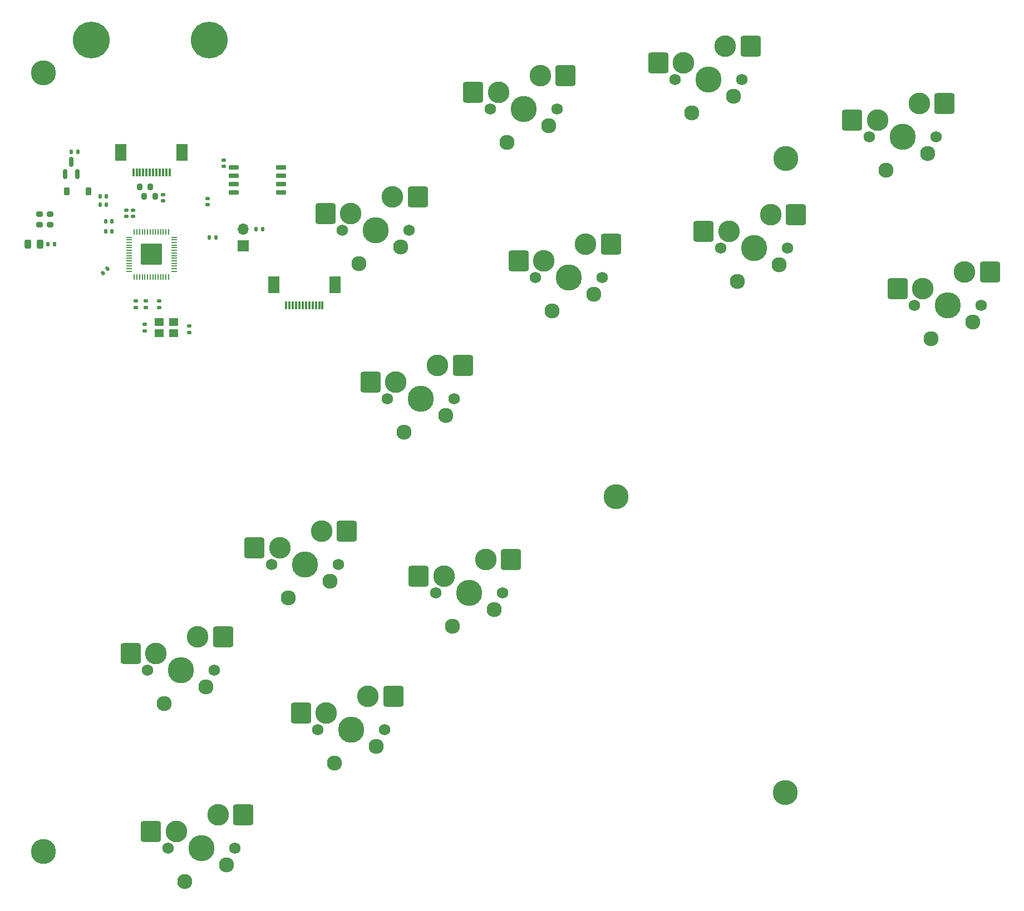
<source format=gbs>
G04 #@! TF.GenerationSoftware,KiCad,Pcbnew,(7.0.0)*
G04 #@! TF.CreationDate,2025-06-06T01:27:20-07:00*
G04 #@! TF.ProjectId,HybridBoxNew,48796272-6964-4426-9f78-4e65772e6b69,rev?*
G04 #@! TF.SameCoordinates,Original*
G04 #@! TF.FileFunction,Soldermask,Bot*
G04 #@! TF.FilePolarity,Negative*
%FSLAX46Y46*%
G04 Gerber Fmt 4.6, Leading zero omitted, Abs format (unit mm)*
G04 Created by KiCad (PCBNEW (7.0.0)) date 2025-06-06 01:27:20*
%MOMM*%
%LPD*%
G01*
G04 APERTURE LIST*
G04 Aperture macros list*
%AMRoundRect*
0 Rectangle with rounded corners*
0 $1 Rounding radius*
0 $2 $3 $4 $5 $6 $7 $8 $9 X,Y pos of 4 corners*
0 Add a 4 corners polygon primitive as box body*
4,1,4,$2,$3,$4,$5,$6,$7,$8,$9,$2,$3,0*
0 Add four circle primitives for the rounded corners*
1,1,$1+$1,$2,$3*
1,1,$1+$1,$4,$5*
1,1,$1+$1,$6,$7*
1,1,$1+$1,$8,$9*
0 Add four rect primitives between the rounded corners*
20,1,$1+$1,$2,$3,$4,$5,0*
20,1,$1+$1,$4,$5,$6,$7,0*
20,1,$1+$1,$6,$7,$8,$9,0*
20,1,$1+$1,$8,$9,$2,$3,0*%
G04 Aperture macros list end*
%ADD10C,1.750000*%
%ADD11C,3.987800*%
%ADD12C,2.300000*%
%ADD13C,3.800000*%
%ADD14C,5.600000*%
%ADD15R,1.700000X1.700000*%
%ADD16O,1.700000X1.700000*%
%ADD17C,3.300000*%
%ADD18RoundRect,0.300000X1.200000X1.275000X-1.200000X1.275000X-1.200000X-1.275000X1.200000X-1.275000X0*%
%ADD19RoundRect,0.140000X0.170000X-0.140000X0.170000X0.140000X-0.170000X0.140000X-0.170000X-0.140000X0*%
%ADD20RoundRect,0.140000X0.140000X0.170000X-0.140000X0.170000X-0.140000X-0.170000X0.140000X-0.170000X0*%
%ADD21RoundRect,0.140000X-0.170000X0.140000X-0.170000X-0.140000X0.170000X-0.140000X0.170000X0.140000X0*%
%ADD22RoundRect,0.200000X0.275000X-0.200000X0.275000X0.200000X-0.275000X0.200000X-0.275000X-0.200000X0*%
%ADD23RoundRect,0.140000X-0.140000X-0.170000X0.140000X-0.170000X0.140000X0.170000X-0.140000X0.170000X0*%
%ADD24R,0.300000X1.300000*%
%ADD25R,1.729997X2.600000*%
%ADD26RoundRect,0.243750X-0.243750X-0.456250X0.243750X-0.456250X0.243750X0.456250X-0.243750X0.456250X0*%
%ADD27RoundRect,0.050000X0.387500X0.050000X-0.387500X0.050000X-0.387500X-0.050000X0.387500X-0.050000X0*%
%ADD28RoundRect,0.050000X0.050000X0.387500X-0.050000X0.387500X-0.050000X-0.387500X0.050000X-0.387500X0*%
%ADD29RoundRect,0.144000X1.456000X1.456000X-1.456000X1.456000X-1.456000X-1.456000X1.456000X-1.456000X0*%
%ADD30RoundRect,0.200000X0.200000X0.275000X-0.200000X0.275000X-0.200000X-0.275000X0.200000X-0.275000X0*%
%ADD31R,1.400000X1.200000*%
%ADD32RoundRect,0.225000X0.225000X0.375000X-0.225000X0.375000X-0.225000X-0.375000X0.225000X-0.375000X0*%
%ADD33RoundRect,0.150000X0.150000X-0.587500X0.150000X0.587500X-0.150000X0.587500X-0.150000X-0.587500X0*%
%ADD34RoundRect,0.135000X0.135000X0.185000X-0.135000X0.185000X-0.135000X-0.185000X0.135000X-0.185000X0*%
%ADD35RoundRect,0.200000X-0.275000X0.200000X-0.275000X-0.200000X0.275000X-0.200000X0.275000X0.200000X0*%
%ADD36RoundRect,0.135000X-0.135000X-0.185000X0.135000X-0.185000X0.135000X0.185000X-0.135000X0.185000X0*%
%ADD37RoundRect,0.150000X0.650000X0.150000X-0.650000X0.150000X-0.650000X-0.150000X0.650000X-0.150000X0*%
%ADD38RoundRect,0.135000X0.185000X-0.135000X0.185000X0.135000X-0.185000X0.135000X-0.185000X-0.135000X0*%
%ADD39RoundRect,0.140000X-0.021213X0.219203X-0.219203X0.021213X0.021213X-0.219203X0.219203X-0.021213X0*%
G04 APERTURE END LIST*
D10*
X253422967Y-92263373D03*
D11*
X248342967Y-92263373D03*
D10*
X243262967Y-92263373D03*
D12*
X252152967Y-94803373D03*
X245802967Y-97343373D03*
D13*
X303755000Y-152170000D03*
X278035000Y-107130000D03*
D10*
X235748565Y-117478960D03*
D11*
X230668565Y-117478960D03*
D10*
X225588565Y-117478960D03*
D12*
X234478565Y-120018960D03*
X228128565Y-122558960D03*
D13*
X190860000Y-161150000D03*
D10*
X242819837Y-142601357D03*
D11*
X237739837Y-142601357D03*
D10*
X232659837Y-142601357D03*
D12*
X241549837Y-145141357D03*
X235199837Y-147681357D03*
D14*
X216140000Y-37670000D03*
D10*
X269036859Y-48144517D03*
D11*
X263956859Y-48144517D03*
D10*
X258876859Y-48144517D03*
D12*
X267766859Y-50684517D03*
X261416859Y-53224517D03*
D10*
X304091667Y-69348545D03*
D11*
X299011667Y-69348545D03*
D10*
X293931667Y-69348545D03*
D12*
X302821667Y-71888545D03*
X296471667Y-74428545D03*
D10*
X216916182Y-133583438D03*
D11*
X211836182Y-133583438D03*
D10*
X206756182Y-133583438D03*
D12*
X215646182Y-136123438D03*
X209296182Y-138663438D03*
D10*
X275932853Y-73813729D03*
D11*
X270852853Y-73813729D03*
D10*
X265772853Y-73813729D03*
D12*
X274662853Y-76353729D03*
X268312853Y-78893729D03*
D10*
X297195673Y-43679333D03*
D11*
X292115673Y-43679333D03*
D10*
X287035673Y-43679333D03*
D12*
X295925673Y-46219333D03*
X289575673Y-48759333D03*
D10*
X260715123Y-121847547D03*
D11*
X255635123Y-121847547D03*
D10*
X250555123Y-121847547D03*
D12*
X259445123Y-124387547D03*
X253095123Y-126927547D03*
D10*
X219987454Y-160705835D03*
D11*
X214907454Y-160705835D03*
D10*
X209827454Y-160705835D03*
D12*
X218717454Y-163245835D03*
X212367454Y-165785835D03*
D15*
X221299999Y-69004999D03*
D16*
X221299999Y-66464999D03*
D13*
X303820000Y-55683383D03*
X190860000Y-42610000D03*
D10*
X246527232Y-66595127D03*
D11*
X241447232Y-66595127D03*
D10*
X236367232Y-66595127D03*
D12*
X245257232Y-69135127D03*
X238907232Y-71675127D03*
D10*
X333571562Y-78051119D03*
D11*
X328491562Y-78051119D03*
D10*
X323411562Y-78051119D03*
D12*
X332301562Y-80591119D03*
X325951562Y-83131119D03*
D10*
X326675568Y-52381907D03*
D11*
X321595568Y-52381907D03*
D10*
X316515568Y-52381907D03*
D12*
X325405568Y-54921907D03*
X319055568Y-57461907D03*
D14*
X198140000Y-37670000D03*
D10*
X216916182Y-133583438D03*
D11*
X211836182Y-133583438D03*
D10*
X206756182Y-133583438D03*
D17*
X208026182Y-131043438D03*
D18*
X204176182Y-131043438D03*
X218226182Y-128503438D03*
D17*
X214376182Y-128503438D03*
D19*
X203555250Y-64506018D03*
X203555250Y-63546018D03*
D10*
X246527232Y-66595127D03*
D11*
X241447232Y-66595127D03*
D10*
X236367232Y-66595127D03*
D17*
X237637232Y-64055127D03*
D18*
X233787232Y-64055127D03*
X247837232Y-61515127D03*
D17*
X243987232Y-61515127D03*
D19*
X209140000Y-62150000D03*
X209140000Y-61190000D03*
D10*
X260715123Y-121847547D03*
D11*
X255635123Y-121847547D03*
D10*
X250555123Y-121847547D03*
D17*
X251825123Y-119307547D03*
D18*
X247975123Y-119307547D03*
X262025123Y-116767547D03*
D17*
X258175123Y-116767547D03*
D20*
X201340000Y-65280250D03*
X200380000Y-65280250D03*
D21*
X204924000Y-77373250D03*
X204924000Y-78333250D03*
D22*
X190347000Y-65795000D03*
X190347000Y-64145000D03*
D23*
X216160000Y-67670000D03*
X217120000Y-67670000D03*
D24*
X233355113Y-78008514D03*
X232854986Y-78008514D03*
X232355113Y-78008514D03*
X231854986Y-78008514D03*
X231355113Y-78008514D03*
X230854986Y-78008514D03*
X230355113Y-78008514D03*
X229854986Y-78008514D03*
X229355113Y-78008514D03*
X228854986Y-78008514D03*
X228355113Y-78008514D03*
X227854986Y-78008514D03*
D25*
X225920010Y-74928504D03*
X235290089Y-74928504D03*
D10*
X304091667Y-69348545D03*
D11*
X299011667Y-69348545D03*
D10*
X293931667Y-69348545D03*
D17*
X295201667Y-66808545D03*
D18*
X291351667Y-66808545D03*
X305401667Y-64268545D03*
D17*
X301551667Y-64268545D03*
D19*
X204571250Y-64506018D03*
X204571250Y-63546018D03*
D21*
X206448000Y-77373250D03*
X206448000Y-78333250D03*
D10*
X297195673Y-43679333D03*
D11*
X292115673Y-43679333D03*
D10*
X287035673Y-43679333D03*
D17*
X288305673Y-41139333D03*
D18*
X284455673Y-41139333D03*
X298505673Y-38599333D03*
D17*
X294655673Y-38599333D03*
D19*
X218300000Y-56875000D03*
X218300000Y-55915000D03*
D26*
X188492000Y-68720000D03*
X190367000Y-68720000D03*
D23*
X199517000Y-61470000D03*
X200477000Y-61470000D03*
D19*
X206349250Y-81905018D03*
X206349250Y-80945018D03*
D27*
X210774500Y-67665000D03*
X210774500Y-68065000D03*
X210774500Y-68465000D03*
X210774500Y-68865000D03*
X210774500Y-69265000D03*
X210774500Y-69665000D03*
X210774500Y-70065000D03*
X210774500Y-70465000D03*
X210774500Y-70865000D03*
X210774500Y-71265000D03*
X210774500Y-71665000D03*
X210774500Y-72065000D03*
X210774500Y-72465000D03*
X210774500Y-72865000D03*
D28*
X209937000Y-73702500D03*
X209537000Y-73702500D03*
X209137000Y-73702500D03*
X208737000Y-73702500D03*
X208337000Y-73702500D03*
X207937000Y-73702500D03*
X207537000Y-73702500D03*
X207137000Y-73702500D03*
X206737000Y-73702500D03*
X206337000Y-73702500D03*
X205937000Y-73702500D03*
X205537000Y-73702500D03*
X205137000Y-73702500D03*
X204737000Y-73702500D03*
D27*
X203899500Y-72865000D03*
X203899500Y-72465000D03*
X203899500Y-72065000D03*
X203899500Y-71665000D03*
X203899500Y-71265000D03*
X203899500Y-70865000D03*
X203899500Y-70465000D03*
X203899500Y-70065000D03*
X203899500Y-69665000D03*
X203899500Y-69265000D03*
X203899500Y-68865000D03*
X203899500Y-68465000D03*
X203899500Y-68065000D03*
X203899500Y-67665000D03*
D28*
X204737000Y-66827500D03*
X205137000Y-66827500D03*
X205537000Y-66827500D03*
X205937000Y-66827500D03*
X206337000Y-66827500D03*
X206737000Y-66827500D03*
X207137000Y-66827500D03*
X207537000Y-66827500D03*
X207937000Y-66827500D03*
X208337000Y-66827500D03*
X208737000Y-66827500D03*
X209137000Y-66827500D03*
X209537000Y-66827500D03*
X209937000Y-66827500D03*
D29*
X207337000Y-70265000D03*
D30*
X207190000Y-59980000D03*
X205540000Y-59980000D03*
D31*
X208522999Y-80559249D03*
X210722999Y-80559249D03*
X210722999Y-82259249D03*
X208522999Y-82259249D03*
D10*
X275932853Y-73813729D03*
D11*
X270852853Y-73813729D03*
D10*
X265772853Y-73813729D03*
D17*
X267042853Y-71273729D03*
D18*
X263192853Y-71273729D03*
X277242853Y-68733729D03*
D17*
X273392853Y-68733729D03*
D30*
X207900000Y-61480000D03*
X206250000Y-61480000D03*
D32*
X197790000Y-60670000D03*
X194490000Y-60670000D03*
D33*
X196090000Y-58045000D03*
X194190000Y-58045000D03*
X195140000Y-56170000D03*
D10*
X235748565Y-117478960D03*
D11*
X230668565Y-117478960D03*
D10*
X225588565Y-117478960D03*
D17*
X226858565Y-114938960D03*
D18*
X223008565Y-114938960D03*
X237058565Y-112398960D03*
D17*
X233208565Y-112398960D03*
D34*
X192567000Y-68730000D03*
X191547000Y-68730000D03*
D24*
X210087113Y-57805004D03*
X209586986Y-57805004D03*
X209087113Y-57805004D03*
X208586986Y-57805004D03*
X208087113Y-57805004D03*
X207586986Y-57805004D03*
X207087113Y-57805004D03*
X206586986Y-57805004D03*
X206087113Y-57805004D03*
X205586986Y-57805004D03*
X205087113Y-57805004D03*
X204586986Y-57805004D03*
D25*
X202652010Y-54724994D03*
X212022089Y-54724994D03*
D35*
X191887000Y-64150000D03*
X191887000Y-65800000D03*
D10*
X269036859Y-48144517D03*
D11*
X263956859Y-48144517D03*
D10*
X258876859Y-48144517D03*
D17*
X260146859Y-45604517D03*
D18*
X256296859Y-45604517D03*
X270346859Y-43064517D03*
D17*
X266496859Y-43064517D03*
D10*
X242819837Y-142601357D03*
D11*
X237739837Y-142601357D03*
D10*
X232659837Y-142601357D03*
D17*
X233929837Y-140061357D03*
D18*
X230079837Y-140061357D03*
X244129837Y-137521357D03*
D17*
X240279837Y-137521357D03*
D10*
X253422967Y-92263373D03*
D11*
X248342967Y-92263373D03*
D10*
X243262967Y-92263373D03*
D17*
X244532967Y-89723373D03*
D18*
X240682967Y-89723373D03*
X254732967Y-87183373D03*
D17*
X250882967Y-87183373D03*
D10*
X219987454Y-160705835D03*
D11*
X214907454Y-160705835D03*
D10*
X209827454Y-160705835D03*
D17*
X211097454Y-158165835D03*
D18*
X207247454Y-158165835D03*
X221297454Y-155625835D03*
D17*
X217447454Y-155625835D03*
D20*
X196120000Y-54670000D03*
X195160000Y-54670000D03*
D10*
X333571562Y-78051119D03*
D11*
X328491562Y-78051119D03*
D10*
X323411562Y-78051119D03*
D17*
X324681562Y-75511119D03*
D18*
X320831562Y-75511119D03*
X334881562Y-72971119D03*
D17*
X331031562Y-72971119D03*
D20*
X200477000Y-62670000D03*
X199517000Y-62670000D03*
D19*
X215861000Y-62712250D03*
X215861000Y-61752250D03*
D20*
X201340000Y-66804250D03*
X200380000Y-66804250D03*
D36*
X223220000Y-66475000D03*
X224240000Y-66475000D03*
D21*
X213052000Y-81199018D03*
X213052000Y-82159018D03*
D37*
X227067000Y-57015000D03*
X227067000Y-58285000D03*
X227067000Y-59555000D03*
X227067000Y-60825000D03*
X219867000Y-60825000D03*
X219867000Y-59555000D03*
X219867000Y-58285000D03*
X219867000Y-57015000D03*
D38*
X208480000Y-78363250D03*
X208480000Y-77343250D03*
D39*
X200641152Y-72446847D03*
X199962330Y-73125669D03*
D10*
X326675568Y-52381907D03*
D11*
X321595568Y-52381907D03*
D10*
X316515568Y-52381907D03*
D17*
X317785568Y-49841907D03*
D18*
X313935568Y-49841907D03*
X327985568Y-47301907D03*
D17*
X324135568Y-47301907D03*
M02*

</source>
